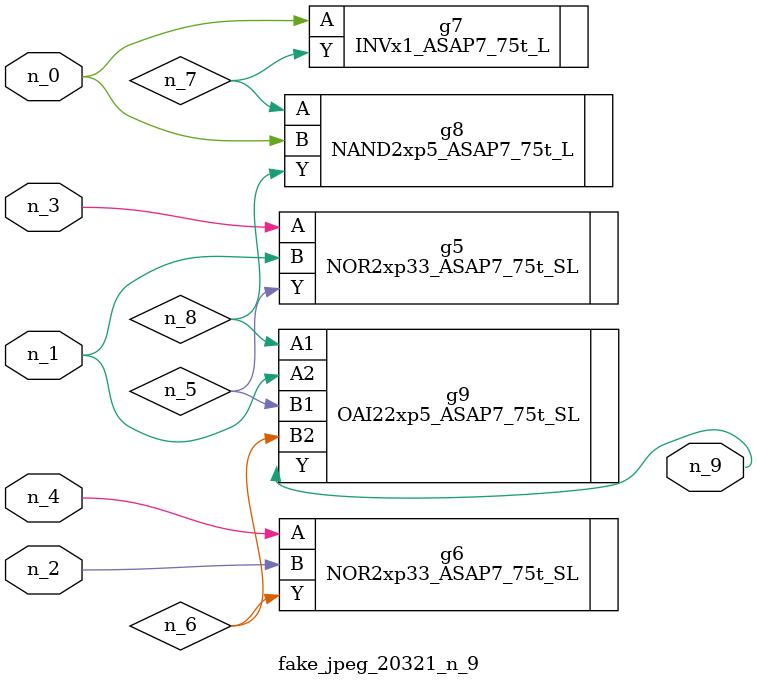
<source format=v>
module fake_jpeg_20321_n_9 (n_3, n_2, n_1, n_0, n_4, n_9);

input n_3;
input n_2;
input n_1;
input n_0;
input n_4;

output n_9;

wire n_8;
wire n_6;
wire n_5;
wire n_7;

NOR2xp33_ASAP7_75t_SL g5 ( 
.A(n_3),
.B(n_1),
.Y(n_5)
);

NOR2xp33_ASAP7_75t_SL g6 ( 
.A(n_4),
.B(n_2),
.Y(n_6)
);

INVx1_ASAP7_75t_L g7 ( 
.A(n_0),
.Y(n_7)
);

NAND2xp5_ASAP7_75t_L g8 ( 
.A(n_7),
.B(n_0),
.Y(n_8)
);

OAI22xp5_ASAP7_75t_SL g9 ( 
.A1(n_8),
.A2(n_1),
.B1(n_5),
.B2(n_6),
.Y(n_9)
);


endmodule
</source>
